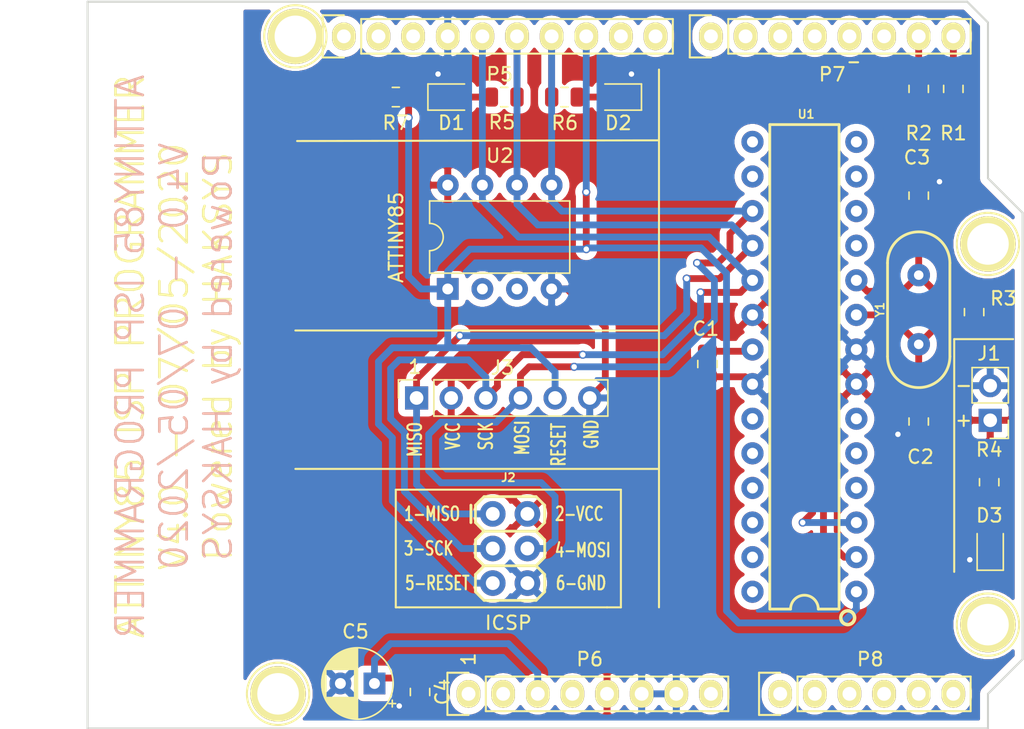
<source format=kicad_pcb>
(kicad_pcb (version 20171130) (host pcbnew "(5.1.5)-3")
  (title_block (date "lun. 30 mars 2015"))
  (layers (0 F.Cu signal) (31 B.Cu signal hide) (34 B.Paste user) (35 F.Paste user) (36 B.SilkS user hide) (37 F.SilkS user hide) (38 B.Mask user) (39 F.Mask user) (44 Edge.Cuts user))
  (net 0 "")
  (net 1 GND)
  (net 2 +5V)
  (net 3 "13(SCK)")
  (net 4 "12(MISO)")
  (net 5 "11(MOSI)")
  (net 6 "10(SS)")
  (net 7 Reset)
  (net 8 "Net-(D1-Pad2)")
  (net 9 "Net-(D2-Pad2)")
  (net 10 "Net-(C2-Pad2)")
  (net 11 "Net-(C3-Pad1)")
  (net 12 "/A4(SDA)")
  (net 13 "/A5(SCL)")
  (net 14 "Net-(C1-Pad1)")
  (net 15 "Net-(D3-Pad2)")
  (net 16 "1(Tx)")
  (net 17 "0(Rx)")
  (net 18 "Net-(R1-Pad2)")
  (net 19 "Net-(R2-Pad2)")
  (module Resistor_SMD:R_0805_2012Metric (layer F.Cu) (at 171.958 79.4235 270)
    (fp_text reference R2 (at 3.2535 0 180) (layer F.SilkS))
    (fp_text value 1K)
    (pad 2 smd roundrect (at 0.9375 0 270) (size 0.975 1.4) (layers F.Cu F.Paste F.Mask) (net 19 "Net-(R2-Pad2)"))
    (pad 1 smd roundrect (at -0.9375 0 270) (size 0.975 1.4) (layers F.Cu F.Paste F.Mask) (net 16 "1(Tx)"))
  )
  (module Resistor_SMD:R_0805_2012Metric (layer F.Cu) (at 174.498 79.4235 270)
    (fp_text reference R1 (at 3.2535 0 180) (layer F.SilkS))
    (fp_text value 1K)
    (pad 2 smd roundrect (at 0.9375 0 270) (size 0.975 1.4) (layers F.Cu F.Paste F.Mask) (net 18 "Net-(R1-Pad2)"))
    (pad 1 smd roundrect (at -0.9375 0 270) (size 0.975 1.4) (layers F.Cu F.Paste F.Mask) (net 17 "0(Rx)"))
  )
  (module Capacitor_SMD:C_0805_2012Metric_Pad1.15x1.40mm_HandSolder (layer F.Cu) (at 135.382 123.689 270)
    (fp_text reference C4 (at 0 -1.65 90) (layer F.SilkS))
    (fp_text value 10uF)
    (pad 2 smd roundrect (at 1.025 0 270) (size 1.15 1.4) (layers F.Cu F.Paste F.Mask) (roundrect_rratio 0.217391) (net 1 GND))
    (pad 1 smd roundrect (at -1.025 0 270) (size 1.15 1.4) (layers F.Cu F.Paste F.Mask) (roundrect_rratio 0.217391) (net 7 Reset))
  )
  (module Resistor_SMD:R_0805_2012Metric (layer F.Cu) (at 177.1269 108.2906 90)
    (fp_text reference R4 (at 2.3853 0 180) (layer F.SilkS))
    (fp_text value 1K)
    (pad 2 smd roundrect (at 0.9375 0 90) (size 0.975 1.4) (layers F.Cu F.Paste F.Mask) (net 2 +5V))
    (pad 1 smd roundrect (at -0.9375 0 90) (size 0.975 1.4) (layers F.Cu F.Paste F.Mask) (net 15 "Net-(D3-Pad2)"))
  )
  (module LED_SMD:LED_0805_2012Metric (layer F.Cu) (at 177.2031 113.0658 90)
    (fp_text reference D3 (at 2.3345 -0.0635 180) (layer F.SilkS))
    (fp_text value RED)
    (pad 2 smd roundrect (at 0.9375 0 90) (size 0.975 1.4) (layers F.Cu F.Paste F.Mask) (net 15 "Net-(D3-Pad2)"))
    (pad 1 smd roundrect (at -0.9375 0 90) (size 0.975 1.4) (layers F.Cu F.Paste F.Mask) (net 1 GND))
  )
  (module LED_SMD:LED_0805_2012Metric (layer F.Cu) (at 149.9385 80.0227 180)
    (fp_text reference D2 (at 0.015 -1.905) (layer F.SilkS))
    (fp_text value BLUE)
    (pad 2 smd roundrect (at 0.9375 0 180) (size 0.975 1.4) (layers F.Cu F.Paste F.Mask) (net 9 "Net-(D2-Pad2)"))
    (pad 1 smd roundrect (at -0.9375 0 180) (size 0.975 1.4) (layers F.Cu F.Paste F.Mask) (net 1 GND))
  )
  (module LED_SMD:LED_0805_2012Metric (layer F.Cu) (at 137.6449 80.0227)
    (fp_text reference D1 (at 0.0358 1.8923) (layer F.SilkS))
    (fp_text value BLUE)
    (pad 2 smd roundrect (at 0.9375 0) (size 0.975 1.4) (layers F.Cu F.Paste F.Mask) (net 8 "Net-(D1-Pad2)"))
    (pad 1 smd roundrect (at -0.9375 0) (size 0.975 1.4) (layers F.Cu F.Paste F.Mask) (net 1 GND))
  )
  (module Capacitor_SMD:C_0805_2012Metric (layer F.Cu) (at 156.464 99.6165 270)
    (fp_text reference C1 (at -2.5885 0.127 180) (layer F.SilkS))
    (fp_text value 0.1uF)
    (pad 2 smd roundrect (at 0.9375 0 270) (size 0.975 1.4) (layers F.Cu F.Paste F.Mask) (net 1 GND))
    (pad 1 smd roundrect (at -0.9375 0 270) (size 0.975 1.4) (layers F.Cu F.Paste F.Mask) (net 14 "Net-(C1-Pad1)"))
  )
  (module Connector_PinSocket_2.54mm:PinSocket_1x06_P2.54mm_Vertical (layer F.Cu) (at 135.128 102.108 90)
    (fp_text reference J3 (at 2.2225 6.2992 180) (layer F.SilkS))
    (fp_text value Conn_01x06_Female)
    (pad 6 thru_hole oval (at 0 12.7 90) (size 1.7 1.7) (drill 1) (layers *.Cu *.Mask) (net 1 GND))
    (pad 5 thru_hole oval (at 0 10.16 90) (size 1.7 1.7) (drill 1) (layers *.Cu *.Mask) (net 6 "10(SS)"))
    (pad 4 thru_hole oval (at 0 7.62 90) (size 1.7 1.7) (drill 1) (layers *.Cu *.Mask) (net 5 "11(MOSI)"))
    (pad 3 thru_hole oval (at 0 5.08 90) (size 1.7 1.7) (drill 1) (layers *.Cu *.Mask) (net 3 "13(SCK)"))
    (pad 2 thru_hole oval (at 0 2.54 90) (size 1.7 1.7) (drill 1) (layers *.Cu *.Mask) (net 2 +5V))
    (pad 1 thru_hole rect (at 0 0 90) (size 1.7 1.7) (drill 1) (layers *.Cu *.Mask) (net 4 "12(MISO)"))
  )
  (module Resistor_SMD:R_0805_2012Metric (layer F.Cu) (at 133.6063 80.0227 180)
    (fp_text reference R7 (at 0.0023 -1.8923) (layer F.SilkS))
    (fp_text value 10K)
    (pad 2 smd roundrect (at 0.9375 0 180) (size 0.975 1.4) (layers F.Cu F.Paste F.Mask) (net 2 +5V))
    (pad 1 smd roundrect (at -0.9375 0 180) (size 0.975 1.4) (layers F.Cu F.Paste F.Mask) (net 6 "10(SS)"))
  )
  (module Resistor_SMD:R_0805_2012Metric (layer F.Cu) (at 145.9761 80.0227 180)
    (fp_text reference R6 (at -0.0231 -1.905) (layer F.SilkS))
    (fp_text value 1K)
    (pad 2 smd roundrect (at 0.9375 0 180) (size 0.975 1.4) (layers F.Cu F.Paste F.Mask) (net 5 "11(MOSI)"))
    (pad 1 smd roundrect (at -0.9375 0 180) (size 0.975 1.4) (layers F.Cu F.Paste F.Mask) (net 9 "Net-(D2-Pad2)"))
  )
  (module Resistor_SMD:R_0805_2012Metric (layer F.Cu) (at 141.5542 80.0227)
    (fp_text reference R5 (at -0.1674 1.8542) (layer F.SilkS))
    (fp_text value 1K)
    (pad 2 smd roundrect (at 0.9375 0) (size 0.975 1.4) (layers F.Cu F.Paste F.Mask) (net 4 "12(MISO)"))
    (pad 1 smd roundrect (at -0.9375 0) (size 0.975 1.4) (layers F.Cu F.Paste F.Mask) (net 8 "Net-(D1-Pad2)"))
  )
  (module Connectors:2X3 (layer F.Cu) (at 140.716 110.617 270)
    (fp_text reference J2 (at -2.667 -1.143 180) (layer F.SilkS) (effects (font (size 0.6096 0.6096) (thickness 0.127))))
    (fp_text value CONN_03X2FEMALE)
    (pad 6 thru_hole circle (at 5.08 -2.54 270) (size 1.8796 1.8796) (drill 1.016) (layers *.Cu *.Mask) (net 1 GND))
    (pad 5 thru_hole circle (at 5.08 0 270) (size 1.8796 1.8796) (drill 1.016) (layers *.Cu *.Mask) (net 6 "10(SS)"))
    (pad 4 thru_hole circle (at 2.54 -2.54 270) (size 1.8796 1.8796) (drill 1.016) (layers *.Cu *.Mask) (net 5 "11(MOSI)"))
    (pad 3 thru_hole circle (at 2.54 0 270) (size 1.8796 1.8796) (drill 1.016) (layers *.Cu *.Mask) (net 3 "13(SCK)"))
    (pad 2 thru_hole circle (at 0 -2.54 270) (size 1.8796 1.8796) (drill 1.016) (layers *.Cu *.Mask) (net 2 +5V))
    (pad 1 thru_hole circle (at 0 0 270) (size 1.8796 1.8796) (drill 1.016) (layers *.Cu *.Mask) (net 4 "12(MISO)"))
  )
  (module Package_DIP:DIP-8_W7.62mm (layer F.Cu) (at 137.414 94.107 90)
    (fp_text reference U2 (at 9.779 3.81 180) (layer F.SilkS))
    (fp_text value ATtiny85-20PU)
    (pad 8 thru_hole oval (at 7.62 0 90) (size 1.6 1.6) (drill 0.8) (layers *.Cu *.Mask) (net 2 +5V))
    (pad 4 thru_hole oval (at 0 7.62 90) (size 1.6 1.6) (drill 0.8) (layers *.Cu *.Mask) (net 1 GND))
    (pad 7 thru_hole oval (at 7.62 2.54 90) (size 1.6 1.6) (drill 0.8) (layers *.Cu *.Mask) (net 3 "13(SCK)"))
    (pad 3 thru_hole oval (at 0 5.08 90) (size 1.6 1.6) (drill 0.8) (layers *.Cu *.Mask))
    (pad 6 thru_hole oval (at 7.62 5.08 90) (size 1.6 1.6) (drill 0.8) (layers *.Cu *.Mask) (net 4 "12(MISO)"))
    (pad 2 thru_hole oval (at 0 2.54 90) (size 1.6 1.6) (drill 0.8) (layers *.Cu *.Mask))
    (pad 5 thru_hole oval (at 7.62 7.62 90) (size 1.6 1.6) (drill 0.8) (layers *.Cu *.Mask) (net 5 "11(MOSI)"))
    (pad 1 thru_hole rect (at 0 0 90) (size 1.6 1.6) (drill 0.8) (layers *.Cu *.Mask) (net 6 "10(SS)"))
  )
  (module Silicon-Standard:DIP28 (layer F.Cu) (at 163.576 99.822 90)
    (fp_text reference U1 (at 18.542 0.127) (layer F.SilkS) (effects (font (size 0.6096 0.6096) (thickness 0.127))))
    (fp_text value ATMEGA328P_PDIP)
    (pad 28 thru_hole circle (at -16.51 -3.81 90) (size 1.6256 1.6256) (drill 0.8128) (layers *.Cu *.Mask))
    (pad 27 thru_hole circle (at -13.97 -3.81 90) (size 1.6256 1.6256) (drill 0.8128) (layers *.Cu *.Mask))
    (pad 26 thru_hole circle (at -11.43 -3.81 90) (size 1.6256 1.6256) (drill 0.8128) (layers *.Cu *.Mask))
    (pad 25 thru_hole circle (at -8.89 -3.81 90) (size 1.6256 1.6256) (drill 0.8128) (layers *.Cu *.Mask))
    (pad 24 thru_hole circle (at -6.35 -3.81 90) (size 1.6256 1.6256) (drill 0.8128) (layers *.Cu *.Mask))
    (pad 23 thru_hole circle (at -3.81 -3.81 90) (size 1.6256 1.6256) (drill 0.8128) (layers *.Cu *.Mask))
    (pad 22 thru_hole circle (at -1.27 -3.81 90) (size 1.6256 1.6256) (drill 0.8128) (layers *.Cu *.Mask) (net 1 GND))
    (pad 21 thru_hole circle (at 1.27 -3.81 90) (size 1.6256 1.6256) (drill 0.8128) (layers *.Cu *.Mask) (net 14 "Net-(C1-Pad1)"))
    (pad 20 thru_hole circle (at 3.81 -3.81 90) (size 1.6256 1.6256) (drill 0.8128) (layers *.Cu *.Mask) (net 2 +5V))
    (pad 19 thru_hole circle (at 6.35 -3.81 90) (size 1.6256 1.6256) (drill 0.8128) (layers *.Cu *.Mask) (net 3 "13(SCK)"))
    (pad 18 thru_hole circle (at 8.89 -3.81 90) (size 1.6256 1.6256) (drill 0.8128) (layers *.Cu *.Mask) (net 4 "12(MISO)"))
    (pad 17 thru_hole circle (at 11.43 -3.81 90) (size 1.6256 1.6256) (drill 0.8128) (layers *.Cu *.Mask) (net 5 "11(MOSI)"))
    (pad 16 thru_hole circle (at 13.97 -3.81 90) (size 1.6256 1.6256) (drill 0.8128) (layers *.Cu *.Mask))
    (pad 15 thru_hole circle (at 16.51 -3.81 90) (size 1.6256 1.6256) (drill 0.8128) (layers *.Cu *.Mask))
    (pad 14 thru_hole circle (at 16.51 3.81 90) (size 1.6256 1.6256) (drill 0.8128) (layers *.Cu *.Mask))
    (pad 13 thru_hole circle (at 13.97 3.81 90) (size 1.6256 1.6256) (drill 0.8128) (layers *.Cu *.Mask))
    (pad 12 thru_hole circle (at 11.43 3.81 90) (size 1.6256 1.6256) (drill 0.8128) (layers *.Cu *.Mask))
    (pad 11 thru_hole circle (at 8.89 3.81 90) (size 1.6256 1.6256) (drill 0.8128) (layers *.Cu *.Mask))
    (pad 10 thru_hole circle (at 6.35 3.81 90) (size 1.6256 1.6256) (drill 0.8128) (layers *.Cu *.Mask) (net 11 "Net-(C3-Pad1)"))
    (pad 9 thru_hole circle (at 3.81 3.81 90) (size 1.6256 1.6256) (drill 0.8128) (layers *.Cu *.Mask) (net 10 "Net-(C2-Pad2)"))
    (pad 8 thru_hole circle (at 1.27 3.81 90) (size 1.6256 1.6256) (drill 0.8128) (layers *.Cu *.Mask) (net 1 GND))
    (pad 7 thru_hole circle (at -1.27 3.81 90) (size 1.6256 1.6256) (drill 0.8128) (layers *.Cu *.Mask) (net 2 +5V))
    (pad 6 thru_hole circle (at -3.81 3.81 90) (size 1.6256 1.6256) (drill 0.8128) (layers *.Cu *.Mask))
    (pad 5 thru_hole circle (at -6.35 3.81 90) (size 1.6256 1.6256) (drill 0.8128) (layers *.Cu *.Mask))
    (pad 4 thru_hole circle (at -8.89 3.81 90) (size 1.6256 1.6256) (drill 0.8128) (layers *.Cu *.Mask))
    (pad 3 thru_hole circle (at -11.43 3.81 90) (size 1.6256 1.6256) (drill 0.8128) (layers *.Cu *.Mask) (net 19 "Net-(R2-Pad2)"))
    (pad 2 thru_hole circle (at -13.97 3.81 90) (size 1.6256 1.6256) (drill 0.8128) (layers *.Cu *.Mask) (net 18 "Net-(R1-Pad2)"))
    (pad 1 thru_hole circle (at -16.51 3.81 90) (size 1.6256 1.6256) (drill 0.8128) (layers *.Cu *.Mask) (net 6 "10(SS)"))
  )
  (module Connector_PinHeader_2.54mm:PinHeader_1x02_P2.54mm_Vertical (layer F.Cu) (at 177.2031 103.7463 180)
    (fp_text reference J1 (at 0.0889 4.9022) (layer F.SilkS))
    (fp_text value Conn_01x02_Male)
    (pad 2 thru_hole oval (at 0 2.54 180) (size 1.7 1.7) (drill 1) (layers *.Cu *.Mask) (net 1 GND))
    (pad 1 thru_hole rect (at 0 0 180) (size 1.7 1.7) (drill 1) (layers *.Cu *.Mask) (net 2 +5V))
  )
  (module Clocks:HC49US (layer F.Cu) (at 171.958 95.631 90)
    (fp_text reference Y1 (at 0 -2.8448 90) (layer F.SilkS) (effects (font (size 0.6096 0.6096) (thickness 0.127))))
    (fp_text value 16MHZ)
    (pad 2 thru_hole circle (at 2.54 0 90) (size 1.651 1.651) (drill 0.6985) (layers *.Cu *.Mask) (net 11 "Net-(C3-Pad1)"))
    (pad 1 thru_hole circle (at -2.54 0 90) (size 1.651 1.651) (drill 0.6985) (layers *.Cu *.Mask) (net 10 "Net-(C2-Pad2)"))
  )
  (module Capacitor_SMD:C_0805_2012Metric_Pad1.15x1.40mm_HandSolder (layer F.Cu) (at 171.958 87.258 90)
    (fp_text reference C3 (at 2.803 -0.127 180) (layer F.SilkS))
    (fp_text value 27pF)
    (pad 2 smd roundrect (at 1.025 0 90) (size 1.15 1.4) (layers F.Cu F.Paste F.Mask) (roundrect_rratio 0.217391) (net 1 GND))
    (pad 1 smd roundrect (at -1.025 0 90) (size 1.15 1.4) (layers F.Cu F.Paste F.Mask) (roundrect_rratio 0.217391) (net 11 "Net-(C3-Pad1)"))
  )
  (module Capacitor_SMD:C_0805_2012Metric (layer F.Cu) (at 171.958 103.8375 90)
    (fp_text reference C2 (at -2.5885 0.127 180) (layer F.SilkS))
    (fp_text value 27pF)
    (pad 2 smd roundrect (at 0.9375 0 90) (size 0.975 1.4) (layers F.Cu F.Paste F.Mask) (net 10 "Net-(C2-Pad2)"))
    (pad 1 smd roundrect (at -0.9375 0 90) (size 0.975 1.4) (layers F.Cu F.Paste F.Mask) (net 1 GND))
  )
  (module Resistor_SMD:R_0805_2012Metric (layer F.Cu) (at 176.022 95.8065 90)
    (fp_text reference R3 (at 1.001 2.1463) (layer F.SilkS))
    (fp_text value 1M)
    (pad 2 smd roundrect (at 0.9375 0 90) (size 0.975 1.4) (layers F.Cu F.Paste F.Mask) (net 11 "Net-(C3-Pad1)"))
    (pad 1 smd roundrect (at -0.9375 0 90) (size 0.975 1.4) (layers F.Cu F.Paste F.Mask) (net 10 "Net-(C2-Pad2)"))
  )
  (module Capacitor_THT:CP_Radial_D5.0mm_P2.50mm (layer F.Cu) (at 132.04 123.063 180)
    (fp_text reference C5 (at 1.397 3.81) (layer F.SilkS))
    (fp_text value 10uF)
    (pad 2 thru_hole circle (at 2.5 0 180) (size 1.6 1.6) (drill 0.8) (layers *.Cu *.Mask) (net 1 GND))
    (pad 1 thru_hole rect (at 0 0 180) (size 1.6 1.6) (drill 0.8) (layers *.Cu *.Mask) (net 7 Reset))
  )
  (module Socket_Arduino_Uno:Socket_Strip_Arduino_1x08 (layer F.Cu) (at 138.938 123.825)
    (fp_text reference P6 (at 8.89 -2.54) (layer F.SilkS))
    (fp_text value Power)
    (pad 1 thru_hole oval (at 0 0) (size 1.7272 2.032) (drill 1.016) (layers *.Cu *.Mask F.SilkS))
    (pad 2 thru_hole oval (at 2.54 0) (size 1.7272 2.032) (drill 1.016) (layers *.Cu *.Mask F.SilkS))
    (pad 3 thru_hole oval (at 5.08 0) (size 1.7272 2.032) (drill 1.016) (layers *.Cu *.Mask F.SilkS) (net 7 Reset))
    (pad 4 thru_hole oval (at 7.62 0) (size 1.7272 2.032) (drill 1.016) (layers *.Cu *.Mask F.SilkS))
    (pad 5 thru_hole oval (at 10.16 0) (size 1.7272 2.032) (drill 1.016) (layers *.Cu *.Mask F.SilkS) (net 2 +5V))
    (pad 6 thru_hole oval (at 12.7 0) (size 1.7272 2.032) (drill 1.016) (layers *.Cu *.Mask F.SilkS) (net 1 GND))
    (pad 7 thru_hole oval (at 15.24 0) (size 1.7272 2.032) (drill 1.016) (layers *.Cu *.Mask F.SilkS) (net 1 GND))
    (pad 8 thru_hole oval (at 17.78 0) (size 1.7272 2.032) (drill 1.016) (layers *.Cu *.Mask F.SilkS))
  )
  (module Socket_Arduino_Uno:Socket_Strip_Arduino_1x06 (layer F.Cu) (at 161.798 123.825)
    (fp_text reference P8 (at 6.604 -2.54) (layer F.SilkS))
    (fp_text value Analog)
    (pad 1 thru_hole oval (at 0 0) (size 1.7272 2.032) (drill 1.016) (layers *.Cu *.Mask F.SilkS))
    (pad 2 thru_hole oval (at 2.54 0) (size 1.7272 2.032) (drill 1.016) (layers *.Cu *.Mask F.SilkS))
    (pad 3 thru_hole oval (at 5.08 0) (size 1.7272 2.032) (drill 1.016) (layers *.Cu *.Mask F.SilkS))
    (pad 4 thru_hole oval (at 7.62 0) (size 1.7272 2.032) (drill 1.016) (layers *.Cu *.Mask F.SilkS))
    (pad 5 thru_hole oval (at 10.16 0) (size 1.7272 2.032) (drill 1.016) (layers *.Cu *.Mask F.SilkS) (net 12 "/A4(SDA)"))
    (pad 6 thru_hole oval (at 12.7 0) (size 1.7272 2.032) (drill 1.016) (layers *.Cu *.Mask F.SilkS) (net 13 "/A5(SCL)"))
  )
  (module Socket_Arduino_Uno:Socket_Strip_Arduino_1x10 (layer F.Cu) (at 129.794 75.565)
    (fp_text reference P5 (at 11.43 2.794) (layer F.SilkS))
    (fp_text value Digital)
    (pad 1 thru_hole oval (at 0 0) (size 1.7272 2.032) (drill 1.016) (layers *.Cu *.Mask F.SilkS) (net 13 "/A5(SCL)"))
    (pad 2 thru_hole oval (at 2.54 0) (size 1.7272 2.032) (drill 1.016) (layers *.Cu *.Mask F.SilkS) (net 12 "/A4(SDA)"))
    (pad 3 thru_hole oval (at 5.08 0) (size 1.7272 2.032) (drill 1.016) (layers *.Cu *.Mask F.SilkS))
    (pad 4 thru_hole oval (at 7.62 0) (size 1.7272 2.032) (drill 1.016) (layers *.Cu *.Mask F.SilkS) (net 1 GND))
    (pad 5 thru_hole oval (at 10.16 0) (size 1.7272 2.032) (drill 1.016) (layers *.Cu *.Mask F.SilkS) (net 3 "13(SCK)"))
    (pad 6 thru_hole oval (at 12.7 0) (size 1.7272 2.032) (drill 1.016) (layers *.Cu *.Mask F.SilkS) (net 4 "12(MISO)"))
    (pad 7 thru_hole oval (at 15.24 0) (size 1.7272 2.032) (drill 1.016) (layers *.Cu *.Mask F.SilkS) (net 5 "11(MOSI)"))
    (pad 8 thru_hole oval (at 17.78 0) (size 1.7272 2.032) (drill 1.016) (layers *.Cu *.Mask F.SilkS) (net 6 "10(SS)"))
    (pad 9 thru_hole oval (at 20.32 0) (size 1.7272 2.032) (drill 1.016) (layers *.Cu *.Mask F.SilkS))
    (pad 10 thru_hole oval (at 22.86 0) (size 1.7272 2.032) (drill 1.016) (layers *.Cu *.Mask F.SilkS))
  )
  (module Socket_Arduino_Uno:Socket_Strip_Arduino_1x08 (layer F.Cu) (at 156.718 75.565)
    (fp_text reference P7 (at 8.89 2.794) (layer F.SilkS))
    (fp_text value Digital)
    (pad 1 thru_hole oval (at 0 0) (size 1.7272 2.032) (drill 1.016) (layers *.Cu *.Mask F.SilkS))
    (pad 2 thru_hole oval (at 2.54 0) (size 1.7272 2.032) (drill 1.016) (layers *.Cu *.Mask F.SilkS))
    (pad 3 thru_hole oval (at 5.08 0) (size 1.7272 2.032) (drill 1.016) (layers *.Cu *.Mask F.SilkS))
    (pad 4 thru_hole oval (at 7.62 0) (size 1.7272 2.032) (drill 1.016) (layers *.Cu *.Mask F.SilkS))
    (pad 5 thru_hole oval (at 10.16 0) (size 1.7272 2.032) (drill 1.016) (layers *.Cu *.Mask F.SilkS))
    (pad 6 thru_hole oval (at 12.7 0) (size 1.7272 2.032) (drill 1.016) (layers *.Cu *.Mask F.SilkS))
    (pad 7 thru_hole oval (at 15.24 0) (size 1.7272 2.032) (drill 1.016) (layers *.Cu *.Mask F.SilkS) (net 16 "1(Tx)"))
    (pad 8 thru_hole oval (at 17.78 0) (size 1.7272 2.032) (drill 1.016) (layers *.Cu *.Mask F.SilkS) (net 17 "0(Rx)"))
  )
  (module Socket_Arduino_Uno:Arduino_1pin (layer F.Cu) (at 124.968 123.825)
    (fp_text reference P1 hide)
    (fp_text value CONN_01X01 hide)
    (pad 1 thru_hole circle (at 0 0) (size 4.064 4.064) (drill 3.048) (layers *.Cu *.Mask F.SilkS))
  )
  (module Socket_Arduino_Uno:Arduino_1pin (layer F.Cu) (at 177.038 118.745)
    (fp_text reference P2 hide)
    (fp_text value CONN_01X01 hide)
    (pad 1 thru_hole circle (at 0 0) (size 4.064 4.064) (drill 3.048) (layers *.Cu *.Mask F.SilkS))
  )
  (module Socket_Arduino_Uno:Arduino_1pin (layer F.Cu) (at 126.238 75.565)
    (fp_text reference P3 hide)
    (fp_text value CONN_01X01 hide)
    (pad 1 thru_hole circle (at 0 0) (size 4.064 4.064) (drill 3.048) (layers *.Cu *.Mask F.SilkS))
  )
  (module Socket_Arduino_Uno:Arduino_1pin (layer F.Cu) (at 177.038 90.805)
    (fp_text reference P4 hide)
    (fp_text value CONN_01X01 hide)
    (pad 1 thru_hole circle (at 0 0) (size 4.064 4.064) (drill 3.048) (layers *.Cu *.Mask F.SilkS))
  )
  (gr_line (start 174.5615 97.79) (end 178.8795 97.79) (layer F.SilkS) (width 0.15))
  (gr_line (start 174.5615 99.6315) (end 174.5615 97.79) (layer F.SilkS) (width 0.15))
  (gr_line (start 174.5615 99.695) (end 174.5615 114.8715) (layer F.SilkS) (width 0.15))
  (gr_text ATTINY85 (at 133.6294 90.3224 90) (layer F.SilkS) (effects (font (size 1 1))))
  (gr_line (start 152.8826 83.1977) (end 126.365 83.2485) (layer F.SilkS) (width 0.15))
  (gr_line (start 152.908 81.915) (end 152.908 78.0034) (layer F.SilkS) (width 0.15))
  (gr_line (start 150.114 117.475) (end 149.098 117.475) (layer F.SilkS) (width 0.15))
  (gr_line (start 150.114 108.839) (end 150.114 117.475) (layer F.SilkS) (width 0.15))
  (gr_line (start 149.098 108.839) (end 150.114 108.839) (layer F.SilkS) (width 0.15))
  (gr_line (start 133.604 108.839) (end 149.098 108.839) (layer F.SilkS) (width 0.15))
  (gr_line (start 133.604 117.475) (end 133.604 108.839) (layer F.SilkS) (width 0.15))
  (gr_line (start 133.858 117.475) (end 133.604 117.475) (layer F.SilkS) (width 0.15))
  (gr_line (start 149.098 117.475) (end 133.858 117.475) (layer F.SilkS) (width 0.15))
  (gr_text 1 (at 135.001 99.822) (layer F.SilkS) (effects (font (size 1 1))))
  (gr_text ICSP (at 141.859 118.618) (layer F.SilkS) (effects (font (size 1 1))))
  (gr_text 6-GND (at 147.193 115.697) (layer F.SilkS) (effects (font (size 1 0.7))))
  (gr_text 4-MOSI (at 147.32 113.284) (layer F.SilkS) (effects (font (size 1 0.7))))
  (gr_text 2-VCC (at 147.066 110.617) (layer F.SilkS) (effects (font (size 1 0.7))))
  (gr_text 5-RESET (at 136.652 115.697) (layer F.SilkS) (effects (font (size 1 0.7))))
  (gr_text 3-SCK (at 136.017 113.157) (layer F.SilkS) (effects (font (size 1 0.7))))
  (gr_text 1-MISO (at 136.271 110.617) (layer F.SilkS) (effects (font (size 1 0.7))))
  (gr_line (start 152.908 107.315) (end 126.238 107.315) (layer F.SilkS) (width 0.15))
  (gr_line (start 126.238 97.155) (end 152.908 97.155) (layer F.SilkS) (width 0.15))
  (gr_line (start 152.908 81.915) (end 152.908 117.475) (layer F.SilkS) (width 0.15))
  (gr_text GND (at 147.955 104.775 90) (layer F.SilkS) (effects (font (size 1 0.7))))
  (gr_text RESET (at 145.542 105.537 90) (layer F.SilkS) (effects (font (size 1 0.7))))
  (gr_text MOSI (at 142.875 105.029 90) (layer F.SilkS) (effects (font (size 1 0.7))))
  (gr_text SCK (at 140.208 104.902 90) (layer F.SilkS) (effects (font (size 1 0.7))))
  (gr_text VCC (at 137.795 104.902 90) (layer F.SilkS) (effects (font (size 1 0.7))))
  (gr_text MISO (at 135.001 105.156 90) (layer F.SilkS) (effects (font (size 1 0.7))))
  (gr_line (start 166.878 77.47) (end 167.513 77.47) (layer F.SilkS) (width 0.15))
  (gr_text - (at 175.26 101.1555) (layer F.SilkS) (effects (font (size 1 1))))
  (gr_text + (at 175.26 103.7082) (layer F.SilkS) (effects (font (size 1 1))))
  (gr_text "ATTINY85 ISP PROGRAMMER\nV4.0 - 07/05/2020\nPowered by HAKSYS" (at 117.348 99.06 90) (layer B.SilkS) (effects (font (size 2 2) (thickness 0.2)) (justify mirror)))
  (gr_text "ATTINY85 ISP PROGRAMMER\nV4.0 - 07/05/2020\nPowered by HAKSYS" (at 117.348 99.06 90) (layer F.SilkS) (effects (font (size 2 2) (thickness 0.2))))
  (gr_text 1 (at 138.938 121.285 90) (layer F.SilkS) (effects (font (size 1 1))))
  (gr_line (start 177.038 74.549) (end 175.514 73.025) (angle 90) (layer Edge.Cuts) (width 0.15))
  (gr_line (start 177.038 85.979) (end 177.038 74.549) (angle 90) (layer Edge.Cuts) (width 0.15))
  (gr_line (start 179.578 88.519) (end 177.038 85.979) (angle 90) (layer Edge.Cuts) (width 0.15))
  (gr_line (start 179.578 121.285) (end 179.578 88.519) (angle 90) (layer Edge.Cuts) (width 0.15))
  (gr_line (start 177.038 123.825) (end 179.578 121.285) (angle 90) (layer Edge.Cuts) (width 0.15))
  (gr_line (start 177.038 126.365) (end 177.038 123.825) (angle 90) (layer Edge.Cuts) (width 0.15))
  (gr_line (start 110.998 126.365) (end 177.038 126.365) (angle 90) (layer Edge.Cuts) (width 0.15))
  (gr_line (start 110.998 73.025) (end 110.998 126.365) (angle 90) (layer Edge.Cuts) (width 0.15))
  (gr_line (start 175.514 73.025) (end 110.998 73.025) (angle 90) (layer Edge.Cuts) (width 0.15))
  (segment (start 159.228 100.554) (end 159.766 101.092) (width 0.5) (layer F.Cu) (net 1))
  (segment (start 156.464 100.554) (end 159.228 100.554) (width 0.5) (layer F.Cu) (net 1))
  (via (at 170.434 104.775) (size 0.6) (drill 0.4) (layers F.Cu B.Cu) (net 1))
  (segment (start 171.958 104.775) (end 170.434 104.775) (width 0.5) (layer F.Cu) (net 1))
  (segment (start 146.16537 94.107) (end 148.971 96.91263) (width 0.5) (layer F.Cu) (net 1))
  (segment (start 145.034 94.107) (end 146.16537 94.107) (width 0.5) (layer F.Cu) (net 1))
  (segment (start 148.971 100.965) (end 147.828 102.108) (width 0.5) (layer F.Cu) (net 1))
  (segment (start 148.971 96.91263) (end 148.971 100.965) (width 0.5) (layer F.Cu) (net 1))
  (via (at 173.482 86.233) (size 0.6) (drill 0.4) (layers F.Cu B.Cu) (net 1))
  (segment (start 171.958 86.233) (end 173.482 86.233) (width 0.5) (layer F.Cu) (net 1))
  (via (at 136.7028 78.3336) (size 0.6) (drill 0.4) (layers F.Cu B.Cu) (net 1))
  (segment (start 136.7074 80.0227) (end 136.7074 78.3382) (width 0.5) (layer F.Cu) (net 1))
  (segment (start 136.7074 78.3382) (end 136.7028 78.3336) (width 0.5) (layer F.Cu) (net 1))
  (via (at 150.8887 78.3336) (size 0.6) (drill 0.4) (layers F.Cu B.Cu) (net 1))
  (segment (start 150.876 80.0227) (end 150.876 78.3463) (width 0.5) (layer F.Cu) (net 1))
  (segment (start 150.876 78.3463) (end 150.8887 78.3336) (width 0.5) (layer F.Cu) (net 1))
  (via (at 175.7045 113.9825) (size 0.6) (drill 0.4) (layers F.Cu B.Cu) (net 1))
  (segment (start 177.2031 114.0033) (end 175.7253 114.0033) (width 0.5) (layer F.Cu) (net 1))
  (segment (start 175.7253 114.0033) (end 175.7045 113.9825) (width 0.5) (layer F.Cu) (net 1))
  (via (at 133.858 124.714) (size 0.6) (drill 0.4) (layers F.Cu B.Cu) (net 1))
  (segment (start 135.382 124.714) (end 133.858 124.714) (width 0.5) (layer F.Cu) (net 1))
  (segment (start 177.2031 107.2769) (end 177.1269 107.3531) (width 0.5) (layer F.Cu) (net 2))
  (segment (start 177.2031 103.7463) (end 177.2031 107.2769) (width 0.5) (layer F.Cu) (net 2))
  (segment (start 139.954 75.565) (end 139.954 86.487) (width 0.5) (layer B.Cu) (net 3))
  (segment (start 139.954 87.63) (end 139.954 86.487) (width 0.5) (layer B.Cu) (net 3))
  (segment (start 142.621 90.297) (end 139.954 87.63) (width 0.5) (layer B.Cu) (net 3))
  (segment (start 159.766 93.472) (end 156.591 90.297) (width 0.5) (layer B.Cu) (net 3))
  (segment (start 156.591 90.297) (end 142.621 90.297) (width 0.5) (layer B.Cu) (net 3))
  (segment (start 140.208 100.584) (end 140.208 102.108) (width 0.5) (layer B.Cu) (net 3))
  (segment (start 138.938 99.314) (end 140.208 100.584) (width 0.5) (layer B.Cu) (net 3))
  (segment (start 140.716 113.157) (end 138.43 113.157) (width 0.5) (layer B.Cu) (net 3))
  (segment (start 133.858 99.314) (end 138.938 99.314) (width 0.5) (layer B.Cu) (net 3))
  (segment (start 147.32 98.933) (end 153.162 98.933) (width 0.5) (layer B.Cu) (net 3))
  (segment (start 141.057999 100.750001) (end 142.875 98.933) (width 0.5) (layer F.Cu) (net 3))
  (segment (start 141.057999 101.258001) (end 141.057999 100.750001) (width 0.5) (layer F.Cu) (net 3))
  (segment (start 153.162 98.933) (end 155.702 96.393) (width 0.5) (layer B.Cu) (net 3))
  (segment (start 140.208 102.108) (end 141.057999 101.258001) (width 0.5) (layer F.Cu) (net 3))
  (segment (start 142.875 98.933) (end 147.32 98.933) (width 0.5) (layer F.Cu) (net 3))
  (via (at 147.32 98.933) (size 0.6) (drill 0.4) (layers F.Cu B.Cu) (net 3))
  (segment (start 155.702 96.393) (end 155.829 96.266) (width 0.5) (layer B.Cu) (net 3))
  (segment (start 155.829 96.266) (end 155.956 96.139) (width 0.5) (layer B.Cu) (net 3))
  (segment (start 155.956 96.139) (end 155.956 95.123) (width 0.5) (layer B.Cu) (net 3))
  (via (at 159.766 93.472) (size 0.6) (drill 0.4) (layers F.Cu B.Cu) (net 3))
  (via (at 155.956 94.361) (size 0.6) (drill 0.4) (layers F.Cu B.Cu) (net 3))
  (segment (start 155.956 95.123) (end 155.956 94.361) (width 0.5) (layer B.Cu) (net 3))
  (segment (start 158.877 94.361) (end 159.766 93.472) (width 0.5) (layer F.Cu) (net 3))
  (segment (start 155.956 94.361) (end 158.877 94.361) (width 0.5) (layer F.Cu) (net 3))
  (segment (start 138.43 113.157) (end 134.239 108.966) (width 0.5) (layer B.Cu) (net 3))
  (segment (start 134.239 108.966) (end 134.239 104.648) (width 0.5) (layer B.Cu) (net 3))
  (segment (start 134.239 104.648) (end 133.223 103.632) (width 0.5) (layer B.Cu) (net 3))
  (segment (start 133.223 99.949) (end 133.858 99.314) (width 0.5) (layer B.Cu) (net 3))
  (segment (start 133.223 103.632) (end 133.223 99.949) (width 0.5) (layer B.Cu) (net 3))
  (segment (start 142.494 75.565) (end 142.494 86.487) (width 0.5) (layer B.Cu) (net 4))
  (segment (start 159.766 90.932) (end 158.242 89.408) (width 0.5) (layer B.Cu) (net 4))
  (segment (start 158.242 89.408) (end 144.018 89.408) (width 0.5) (layer B.Cu) (net 4))
  (segment (start 142.494 87.884) (end 142.494 86.487) (width 0.5) (layer B.Cu) (net 4))
  (segment (start 144.018 89.408) (end 142.494 87.884) (width 0.5) (layer B.Cu) (net 4))
  (segment (start 135.128 102.108) (end 135.128 108.458) (width 0.5) (layer B.Cu) (net 4))
  (segment (start 137.287 110.617) (end 140.716 110.617) (width 0.5) (layer B.Cu) (net 4))
  (segment (start 135.128 108.458) (end 137.287 110.617) (width 0.5) (layer B.Cu) (net 4))
  (via (at 138.303 97.536) (size 0.6) (drill 0.4) (layers F.Cu B.Cu) (net 4))
  (segment (start 135.128 102.108) (end 135.128 100.711) (width 0.5) (layer F.Cu) (net 4))
  (segment (start 135.128 100.711) (end 138.303 97.536) (width 0.5) (layer F.Cu) (net 4))
  (segment (start 138.303 97.536) (end 151.638 97.536) (width 0.5) (layer B.Cu) (net 4))
  (segment (start 151.638 97.536) (end 153.289 97.536) (width 0.5) (layer B.Cu) (net 4))
  (segment (start 153.289 97.536) (end 154.94 95.885) (width 0.5) (layer B.Cu) (net 4))
  (segment (start 154.94 95.885) (end 154.94 94.742) (width 0.5) (layer B.Cu) (net 4))
  (segment (start 154.94 94.742) (end 154.94 94.234) (width 0.5) (layer B.Cu) (net 4))
  (via (at 154.94 93.345) (size 0.6) (drill 0.4) (layers F.Cu B.Cu) (net 4))
  (segment (start 154.94 94.234) (end 154.94 93.345) (width 0.5) (layer B.Cu) (net 4))
  (segment (start 157.353 93.345) (end 159.766 90.932) (width 0.5) (layer F.Cu) (net 4))
  (segment (start 154.94 93.345) (end 157.353 93.345) (width 0.5) (layer F.Cu) (net 4))
  (segment (start 142.494 80.0204) (end 142.4917 80.0227) (width 0.5) (layer F.Cu) (net 4))
  (segment (start 142.494 75.565) (end 142.494 80.0204) (width 0.5) (layer F.Cu) (net 4))
  (segment (start 145.034 75.565) (end 145.034 86.487) (width 0.5) (layer B.Cu) (net 5))
  (segment (start 145.034 87.63) (end 145.034 86.487) (width 0.5) (layer B.Cu) (net 5))
  (segment (start 159.766 88.392) (end 145.796 88.392) (width 0.5) (layer B.Cu) (net 5))
  (segment (start 145.796 88.392) (end 145.034 87.63) (width 0.5) (layer B.Cu) (net 5))
  (segment (start 142.748 102.108) (end 142.748 100.457) (width 0.5) (layer F.Cu) (net 5))
  (segment (start 142.748 100.457) (end 143.383 99.822) (width 0.5) (layer F.Cu) (net 5))
  (via (at 146.685 99.822) (size 0.6) (drill 0.4) (layers F.Cu B.Cu) (net 5))
  (segment (start 143.383 99.822) (end 146.685 99.822) (width 0.5) (layer F.Cu) (net 5))
  (segment (start 146.685 99.822) (end 153.543 99.822) (width 0.5) (layer B.Cu) (net 5))
  (segment (start 153.543 99.822) (end 156.845 96.52) (width 0.5) (layer B.Cu) (net 5))
  (segment (start 156.845 96.52) (end 156.972 96.393) (width 0.5) (layer B.Cu) (net 5))
  (segment (start 156.972 96.393) (end 156.972 93.472) (width 0.5) (layer B.Cu) (net 5))
  (via (at 155.702 92.202) (size 0.6) (drill 0.4) (layers F.Cu B.Cu) (net 5))
  (segment (start 156.972 93.472) (end 155.702 92.202) (width 0.5) (layer B.Cu) (net 5))
  (segment (start 157.226 92.202) (end 156.337 92.202) (width 0.5) (layer F.Cu) (net 5))
  (segment (start 156.337 92.202) (end 155.702 92.202) (width 0.5) (layer F.Cu) (net 5))
  (segment (start 158.115 91.313) (end 157.226 92.202) (width 0.5) (layer F.Cu) (net 5))
  (segment (start 159.766 88.392) (end 158.115 90.043) (width 0.5) (layer F.Cu) (net 5))
  (segment (start 158.115 90.043) (end 158.115 91.313) (width 0.5) (layer F.Cu) (net 5))
  (segment (start 144.585077 113.157) (end 145.034 112.708077) (width 0.5) (layer B.Cu) (net 5))
  (segment (start 143.256 113.157) (end 144.585077 113.157) (width 0.5) (layer B.Cu) (net 5))
  (segment (start 145.034 112.708077) (end 145.101923 112.708077) (width 0.5) (layer B.Cu) (net 5))
  (segment (start 145.101923 112.708077) (end 145.288 112.522) (width 0.5) (layer B.Cu) (net 5))
  (segment (start 145.288 112.522) (end 145.288 109.347) (width 0.5) (layer B.Cu) (net 5))
  (segment (start 145.288 109.347) (end 144.272 108.331) (width 0.5) (layer B.Cu) (net 5))
  (segment (start 136.906 108.331) (end 136.017 107.442) (width 0.5) (layer B.Cu) (net 5))
  (segment (start 144.272 108.331) (end 136.906 108.331) (width 0.5) (layer B.Cu) (net 5))
  (segment (start 136.017 107.442) (end 136.017 104.775) (width 0.5) (layer B.Cu) (net 5))
  (segment (start 136.017 104.775) (end 136.906 103.886) (width 0.5) (layer B.Cu) (net 5))
  (segment (start 140.97 103.886) (end 142.748 102.108) (width 0.5) (layer B.Cu) (net 5))
  (segment (start 136.906 103.886) (end 140.97 103.886) (width 0.5) (layer B.Cu) (net 5))
  (segment (start 145.034 80.0181) (end 145.0386 80.0227) (width 0.5) (layer F.Cu) (net 5))
  (segment (start 145.034 75.565) (end 145.034 80.0181) (width 0.5) (layer F.Cu) (net 5))
  (via (at 147.574 86.995) (size 0.6) (drill 0.4) (layers F.Cu B.Cu) (net 6))
  (segment (start 147.574 75.565) (end 147.574 86.995) (width 0.5) (layer B.Cu) (net 6))
  (via (at 147.574 91.186) (size 0.6) (drill 0.4) (layers F.Cu B.Cu) (net 6))
  (segment (start 147.574 86.995) (end 147.574 91.186) (width 0.5) (layer F.Cu) (net 6))
  (segment (start 137.414 92.807) (end 137.414 94.107) (width 0.5) (layer B.Cu) (net 6))
  (segment (start 139.035 91.186) (end 137.414 92.807) (width 0.5) (layer B.Cu) (net 6))
  (segment (start 147.574 91.186) (end 139.035 91.186) (width 0.5) (layer B.Cu) (net 6))
  (segment (start 167.386 117.602) (end 167.386 116.332) (width 0.5) (layer B.Cu) (net 6))
  (segment (start 158.75 118.618) (end 166.37 118.618) (width 0.5) (layer B.Cu) (net 6))
  (segment (start 155.99401 91.09701) (end 157.861 92.964) (width 0.5) (layer B.Cu) (net 6))
  (segment (start 166.37 118.618) (end 167.386 117.602) (width 0.5) (layer B.Cu) (net 6))
  (segment (start 157.861 117.729) (end 158.75 118.618) (width 0.5) (layer B.Cu) (net 6))
  (segment (start 147.574 91.186) (end 147.66299 91.09701) (width 0.5) (layer B.Cu) (net 6))
  (segment (start 147.66299 91.09701) (end 155.99401 91.09701) (width 0.5) (layer B.Cu) (net 6))
  (segment (start 157.861 92.964) (end 157.861 117.729) (width 0.5) (layer B.Cu) (net 6))
  (segment (start 143.51 98.425) (end 145.288 100.203) (width 0.5) (layer B.Cu) (net 6))
  (segment (start 145.288 100.203) (end 145.288 102.108) (width 0.5) (layer B.Cu) (net 6))
  (segment (start 137.414 98.171) (end 137.668 98.425) (width 0.5) (layer B.Cu) (net 6))
  (segment (start 137.414 94.107) (end 137.414 98.171) (width 0.5) (layer B.Cu) (net 6))
  (segment (start 137.668 98.425) (end 143.51 98.425) (width 0.5) (layer B.Cu) (net 6))
  (segment (start 133.35 98.425) (end 137.668 98.425) (width 0.5) (layer B.Cu) (net 6))
  (segment (start 132.334 99.441) (end 133.35 98.425) (width 0.5) (layer B.Cu) (net 6))
  (segment (start 139.386923 115.697) (end 133.35 109.660077) (width 0.5) (layer B.Cu) (net 6))
  (segment (start 140.716 115.697) (end 139.386923 115.697) (width 0.5) (layer B.Cu) (net 6))
  (segment (start 132.334 104.013) (end 132.334 99.441) (width 0.5) (layer B.Cu) (net 6))
  (segment (start 133.35 109.660077) (end 133.35 105.029) (width 0.5) (layer B.Cu) (net 6))
  (segment (start 133.35 105.029) (end 132.334 104.013) (width 0.5) (layer B.Cu) (net 6))
  (segment (start 134.5438 80.0227) (end 134.5438 81.534) (width 0.5) (layer F.Cu) (net 6))
  (via (at 134.5438 81.534) (size 0.6) (drill 0.4) (layers F.Cu B.Cu) (net 6))
  (segment (start 134.5438 81.534) (end 134.5438 93.1799) (width 0.5) (layer B.Cu) (net 6))
  (segment (start 135.4709 94.107) (end 137.414 94.107) (width 0.5) (layer B.Cu) (net 6))
  (segment (start 134.5438 93.1799) (end 135.4709 94.107) (width 0.5) (layer B.Cu) (net 6))
  (segment (start 133.223 120.142) (end 132.04 121.325) (width 0.5) (layer B.Cu) (net 7))
  (segment (start 132.04 121.325) (end 132.04 123.063) (width 0.5) (layer B.Cu) (net 7))
  (segment (start 141.859 120.142) (end 133.223 120.142) (width 0.5) (layer B.Cu) (net 7))
  (segment (start 144.018 123.825) (end 144.018 122.301) (width 0.5) (layer B.Cu) (net 7))
  (segment (start 144.018 122.301) (end 141.859 120.142) (width 0.5) (layer B.Cu) (net 7))
  (segment (start 132.439 122.664) (end 132.04 123.063) (width 0.5) (layer F.Cu) (net 7))
  (segment (start 135.382 122.664) (end 132.439 122.664) (width 0.5) (layer F.Cu) (net 7))
  (segment (start 140.6167 80.0227) (end 138.5824 80.0227) (width 0.5) (layer F.Cu) (net 8))
  (segment (start 146.9136 80.0227) (end 149.001 80.0227) (width 0.5) (layer F.Cu) (net 9))
  (segment (start 173.385 96.744) (end 171.958 98.171) (width 0.5) (layer F.Cu) (net 10))
  (segment (start 176.022 96.744) (end 173.385 96.744) (width 0.5) (layer F.Cu) (net 10))
  (segment (start 169.799 96.012) (end 171.958 98.171) (width 0.5) (layer F.Cu) (net 10))
  (segment (start 167.386 96.012) (end 169.799 96.012) (width 0.5) (layer F.Cu) (net 10))
  (segment (start 171.958 102.9) (end 171.958 98.171) (width 0.5) (layer F.Cu) (net 10))
  (segment (start 171.958 88.283) (end 171.958 93.091) (width 0.5) (layer F.Cu) (net 11))
  (segment (start 173.736 94.869) (end 171.958 93.091) (width 0.5) (layer F.Cu) (net 11))
  (segment (start 176.022 94.869) (end 173.736 94.869) (width 0.5) (layer F.Cu) (net 11))
  (segment (start 171.132501 93.916499) (end 171.958 93.091) (width 0.5) (layer F.Cu) (net 11))
  (segment (start 170.764201 94.284799) (end 171.132501 93.916499) (width 0.5) (layer F.Cu) (net 11))
  (segment (start 168.198799 94.284799) (end 170.764201 94.284799) (width 0.5) (layer F.Cu) (net 11))
  (segment (start 167.386 93.472) (end 168.198799 94.284799) (width 0.5) (layer F.Cu) (net 11))
  (segment (start 159.639 98.679) (end 159.766 98.552) (width 0.5) (layer F.Cu) (net 14))
  (segment (start 156.464 98.679) (end 159.639 98.679) (width 0.5) (layer F.Cu) (net 14))
  (segment (start 177.1269 112.0521) (end 177.2031 112.1283) (width 0.5) (layer F.Cu) (net 15))
  (segment (start 177.1269 109.2281) (end 177.1269 112.0521) (width 0.5) (layer F.Cu) (net 15))
  (segment (start 171.958 78.486) (end 171.958 75.565) (width 0.5) (layer F.Cu) (net 16))
  (segment (start 174.498 78.486) (end 174.498 75.565) (width 0.5) (layer F.Cu) (net 17))
  (segment (start 166.497 113.792) (end 167.386 113.792) (width 0.5) (layer F.Cu) (net 18))
  (segment (start 174.498 80.8485) (end 173.6855 81.661) (width 0.5) (layer F.Cu) (net 18))
  (segment (start 174.498 80.361) (end 174.498 80.8485) (width 0.5) (layer F.Cu) (net 18))
  (segment (start 173.6855 81.661) (end 165.989 81.661) (width 0.5) (layer F.Cu) (net 18))
  (segment (start 164.973 112.268) (end 166.497 113.792) (width 0.5) (layer F.Cu) (net 18))
  (segment (start 165.989 81.661) (end 164.973 82.677) (width 0.5) (layer F.Cu) (net 18))
  (segment (start 164.973 82.677) (end 164.973 112.268) (width 0.5) (layer F.Cu) (net 18))
  (segment (start 171.258 80.361) (end 170.75801 80.86099) (width 0.5) (layer F.Cu) (net 19))
  (segment (start 171.958 80.361) (end 171.258 80.361) (width 0.5) (layer F.Cu) (net 19))
  (segment (start 165.657626 80.86099) (end 165.657624 80.860992) (width 0.5) (layer F.Cu) (net 19))
  (segment (start 170.75801 80.86099) (end 165.657626 80.86099) (width 0.5) (layer F.Cu) (net 19))
  (segment (start 165.657624 80.860992) (end 164.17299 82.345626) (width 0.5) (layer F.Cu) (net 19))
  (via (at 163.449 111.252) (size 0.6) (drill 0.4) (layers F.Cu B.Cu) (net 19))
  (segment (start 164.17299 82.345626) (end 164.17299 110.52801) (width 0.5) (layer F.Cu) (net 19))
  (segment (start 164.17299 110.52801) (end 163.449 111.252) (width 0.5) (layer F.Cu) (net 19))
  (segment (start 163.449 111.252) (end 167.386 111.252) (width 0.5) (layer B.Cu) (net 19))
  (zone (net 0) (net_name "") (layer B.Cu) (connect_pads (clearance 0.508)) (min_thickness 0.254)
    (keepout (tracks not_allowed) (vias not_allowed) (copperpour not_allowed))
    (fill (arc_segments 32) (thermal_gap 0.508) (thermal_bridge_width 0.508))
    (polygon (pts (xy 122.428 126.365) (xy 110.998 126.365) (xy 110.998 73.025) (xy 122.428 73.025)))
  )
  (zone (net 0) (net_name "") (layer F.Cu) (connect_pads (clearance 0.508)) (min_thickness 0.254)
    (keepout (tracks not_allowed) (vias not_allowed) (copperpour not_allowed))
    (fill (arc_segments 32) (thermal_gap 0.508) (thermal_bridge_width 0.508))
    (polygon (pts (xy 122.428 126.365) (xy 110.998 126.365) (xy 110.998 73.025) (xy 122.428 73.025)))
  )
  (zone (net 2) (net_name +5V) (layer F.Cu) (connect_pads (clearance 0.508)) (min_thickness 0.254) (fill yes (arc_segments 32) (thermal_gap 0.508) (thermal_bridge_width 0.508))
    (polygon (pts (xy 179.578 126.238) (xy 110.998 126.365) (xy 110.998 73.025) (xy 179.705 72.898)))
  )
  (zone (net 1) (net_name GND) (layer B.Cu) (connect_pads (clearance 0.508)) (min_thickness 0.254) (fill yes (arc_segments 32) (thermal_gap 0.508) (thermal_bridge_width 0.508))
    (polygon (pts (xy 179.578 126.365) (xy 110.998 126.365) (xy 110.998 73.025) (xy 179.705 72.898)))
  )
)
</source>
